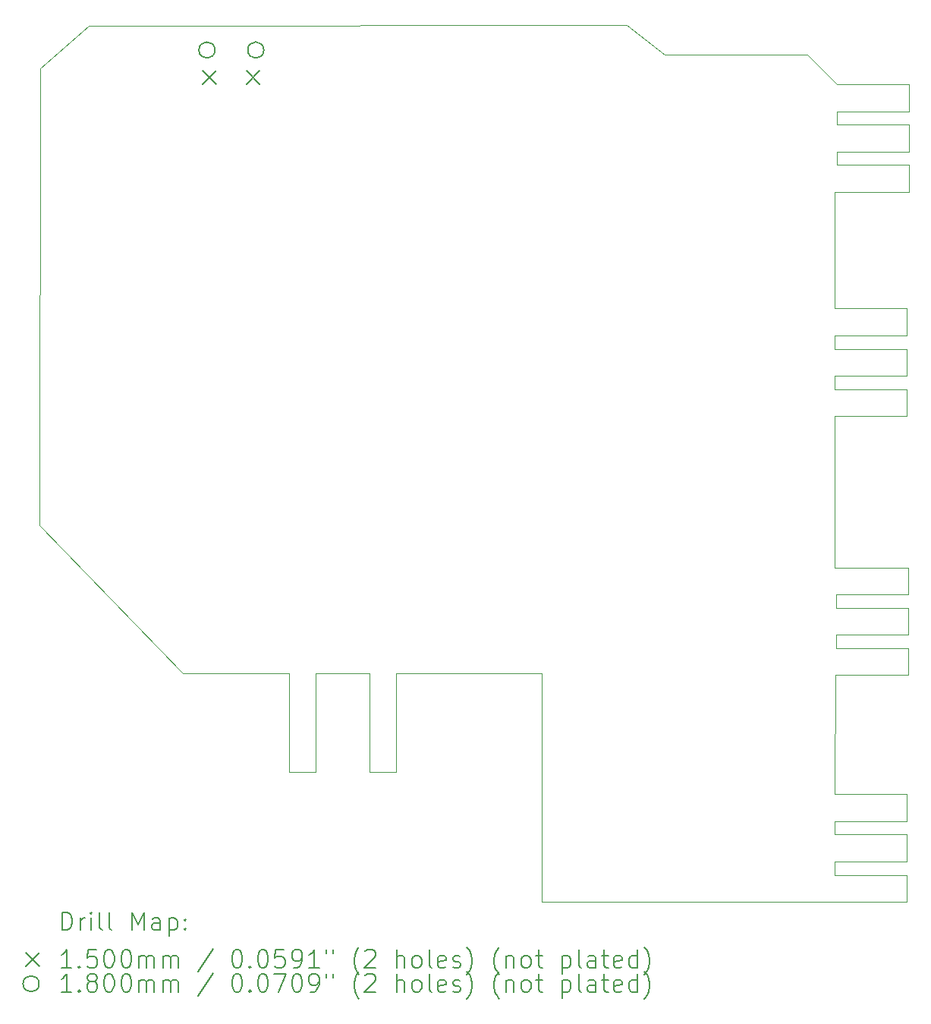
<source format=gbr>
%TF.GenerationSoftware,KiCad,Pcbnew,(6.0.7)*%
%TF.CreationDate,2023-04-21T16:09:56-05:00*%
%TF.ProjectId,RevisedControlBoard,52657669-7365-4644-936f-6e74726f6c42,rev?*%
%TF.SameCoordinates,Original*%
%TF.FileFunction,Drillmap*%
%TF.FilePolarity,Positive*%
%FSLAX45Y45*%
G04 Gerber Fmt 4.5, Leading zero omitted, Abs format (unit mm)*
G04 Created by KiCad (PCBNEW (6.0.7)) date 2023-04-21 16:09:56*
%MOMM*%
%LPD*%
G01*
G04 APERTURE LIST*
%ADD10C,0.100000*%
%ADD11C,0.200000*%
%ADD12C,0.150000*%
%ADD13C,0.180000*%
G04 APERTURE END LIST*
D10*
X19690000Y-10173000D02*
X19690000Y-10323000D01*
X19672000Y-7883000D02*
X20472000Y-7883000D01*
X17777000Y-4152000D02*
X19367000Y-4150000D01*
X20490000Y-9873000D02*
X20490000Y-10173000D01*
X13580500Y-12148750D02*
X13880500Y-12148750D01*
X20472000Y-12850000D02*
X20472000Y-13150000D01*
X13580500Y-11348750D02*
X13582500Y-11048750D01*
X19672000Y-12400000D02*
X20472000Y-12400000D01*
X16400000Y-11050000D02*
X14780000Y-11051250D01*
X19700000Y-4483000D02*
X20500000Y-4483000D01*
X19672000Y-6283000D02*
X19672000Y-6983000D01*
X13582500Y-11048750D02*
X12400000Y-11050000D01*
X19690000Y-9873000D02*
X19670000Y-9873000D01*
X13880000Y-11051250D02*
X14480500Y-11051250D01*
X20490000Y-10173000D02*
X19690000Y-10173000D01*
X19700000Y-5233000D02*
X19700000Y-5383000D01*
X20472000Y-7883000D02*
X20472000Y-8183000D01*
X14780500Y-12148750D02*
X14780000Y-11051250D01*
X13880500Y-12148750D02*
X13880500Y-11348750D01*
X13580500Y-11348750D02*
X13580500Y-12148750D01*
X16400000Y-11100000D02*
X16400000Y-11050000D01*
X19672000Y-13300000D02*
X20472000Y-13300000D01*
X19672000Y-13150000D02*
X19672000Y-13300000D01*
X20472000Y-12400000D02*
X20472000Y-12700000D01*
X20490000Y-10623000D02*
X19690000Y-10623000D01*
X19690000Y-9873000D02*
X20490000Y-9873000D01*
X14480500Y-11348750D02*
X14480500Y-12148750D01*
X20472000Y-7433000D02*
X20472000Y-7733000D01*
X19672000Y-7283000D02*
X19672000Y-7433000D01*
X19690000Y-10773000D02*
X20490000Y-10773000D01*
X11350000Y-3830000D02*
X17350000Y-3820000D01*
X10810000Y-4300000D02*
X10800000Y-9400000D01*
X20472000Y-7733000D02*
X19672000Y-7733000D01*
X20500000Y-4783000D02*
X19700000Y-4783000D01*
X20500000Y-5233000D02*
X19700000Y-5233000D01*
X19672000Y-6983000D02*
X20472000Y-6983000D01*
X19672000Y-8183000D02*
X19670000Y-9873000D01*
X19690000Y-10323000D02*
X20490000Y-10323000D01*
X19700000Y-5383000D02*
X20500000Y-5383000D01*
X19700000Y-4783000D02*
X19700000Y-4933000D01*
X13880500Y-11348750D02*
X13880000Y-11051250D01*
X20472000Y-13300000D02*
X20472000Y-13600000D01*
X19672000Y-7733000D02*
X19672000Y-7883000D01*
X20472000Y-12700000D02*
X19672000Y-12700000D01*
X17350000Y-3820000D02*
X17777000Y-4152000D01*
X19700000Y-4933000D02*
X20500000Y-4933000D01*
X14480500Y-12148750D02*
X14780500Y-12148750D01*
X20490000Y-11073000D02*
X19690000Y-11073000D01*
X20500000Y-5683000D02*
X19700000Y-5683000D01*
X20500000Y-5383000D02*
X20500000Y-5683000D01*
X14480500Y-11051250D02*
X14480500Y-11348750D01*
X20472000Y-6983000D02*
X20472000Y-7283000D01*
X20472000Y-8183000D02*
X19672000Y-8183000D01*
X20490000Y-10773000D02*
X20490000Y-11073000D01*
X19690000Y-11073000D02*
X19680000Y-11073000D01*
X12400000Y-11050000D02*
X10800000Y-9400000D01*
X19670000Y-5683000D02*
X19700000Y-5683000D01*
X19690000Y-10623000D02*
X19690000Y-10773000D01*
X19700000Y-4483000D02*
X19367000Y-4150000D01*
X16400000Y-13600000D02*
X19672000Y-13600000D01*
X19672000Y-6283000D02*
X19670000Y-5683000D01*
X19672000Y-12850000D02*
X20472000Y-12850000D01*
X19680000Y-11073000D02*
X19672000Y-12400000D01*
X20472000Y-7283000D02*
X19672000Y-7283000D01*
X20500000Y-4933000D02*
X20500000Y-5233000D01*
X20472000Y-13600000D02*
X19672000Y-13600000D01*
X11350000Y-3830000D02*
X10810000Y-4300000D01*
X16400000Y-13600000D02*
X16400000Y-11100000D01*
X19672000Y-7433000D02*
X20472000Y-7433000D01*
X19672000Y-12700000D02*
X19672000Y-12850000D01*
X20500000Y-4483000D02*
X20500000Y-4783000D01*
X20490000Y-10323000D02*
X20490000Y-10623000D01*
X20472000Y-13150000D02*
X19672000Y-13150000D01*
D11*
D12*
X12622500Y-4328000D02*
X12772500Y-4478000D01*
X12772500Y-4328000D02*
X12622500Y-4478000D01*
X13107500Y-4328000D02*
X13257500Y-4478000D01*
X13257500Y-4328000D02*
X13107500Y-4478000D01*
D13*
X12757500Y-4100000D02*
G75*
G03*
X12757500Y-4100000I-90000J0D01*
G01*
X13302500Y-4100000D02*
G75*
G03*
X13302500Y-4100000I-90000J0D01*
G01*
D11*
X11052619Y-13915476D02*
X11052619Y-13715476D01*
X11100238Y-13715476D01*
X11128810Y-13725000D01*
X11147857Y-13744048D01*
X11157381Y-13763095D01*
X11166905Y-13801190D01*
X11166905Y-13829762D01*
X11157381Y-13867857D01*
X11147857Y-13886905D01*
X11128810Y-13905952D01*
X11100238Y-13915476D01*
X11052619Y-13915476D01*
X11252619Y-13915476D02*
X11252619Y-13782143D01*
X11252619Y-13820238D02*
X11262143Y-13801190D01*
X11271667Y-13791667D01*
X11290714Y-13782143D01*
X11309762Y-13782143D01*
X11376428Y-13915476D02*
X11376428Y-13782143D01*
X11376428Y-13715476D02*
X11366905Y-13725000D01*
X11376428Y-13734524D01*
X11385952Y-13725000D01*
X11376428Y-13715476D01*
X11376428Y-13734524D01*
X11500238Y-13915476D02*
X11481190Y-13905952D01*
X11471667Y-13886905D01*
X11471667Y-13715476D01*
X11605000Y-13915476D02*
X11585952Y-13905952D01*
X11576428Y-13886905D01*
X11576428Y-13715476D01*
X11833571Y-13915476D02*
X11833571Y-13715476D01*
X11900238Y-13858333D01*
X11966905Y-13715476D01*
X11966905Y-13915476D01*
X12147857Y-13915476D02*
X12147857Y-13810714D01*
X12138333Y-13791667D01*
X12119286Y-13782143D01*
X12081190Y-13782143D01*
X12062143Y-13791667D01*
X12147857Y-13905952D02*
X12128809Y-13915476D01*
X12081190Y-13915476D01*
X12062143Y-13905952D01*
X12052619Y-13886905D01*
X12052619Y-13867857D01*
X12062143Y-13848810D01*
X12081190Y-13839286D01*
X12128809Y-13839286D01*
X12147857Y-13829762D01*
X12243095Y-13782143D02*
X12243095Y-13982143D01*
X12243095Y-13791667D02*
X12262143Y-13782143D01*
X12300238Y-13782143D01*
X12319286Y-13791667D01*
X12328809Y-13801190D01*
X12338333Y-13820238D01*
X12338333Y-13877381D01*
X12328809Y-13896429D01*
X12319286Y-13905952D01*
X12300238Y-13915476D01*
X12262143Y-13915476D01*
X12243095Y-13905952D01*
X12424048Y-13896429D02*
X12433571Y-13905952D01*
X12424048Y-13915476D01*
X12414524Y-13905952D01*
X12424048Y-13896429D01*
X12424048Y-13915476D01*
X12424048Y-13791667D02*
X12433571Y-13801190D01*
X12424048Y-13810714D01*
X12414524Y-13801190D01*
X12424048Y-13791667D01*
X12424048Y-13810714D01*
D12*
X10645000Y-14170000D02*
X10795000Y-14320000D01*
X10795000Y-14170000D02*
X10645000Y-14320000D01*
D11*
X11157381Y-14335476D02*
X11043095Y-14335476D01*
X11100238Y-14335476D02*
X11100238Y-14135476D01*
X11081190Y-14164048D01*
X11062143Y-14183095D01*
X11043095Y-14192619D01*
X11243095Y-14316429D02*
X11252619Y-14325952D01*
X11243095Y-14335476D01*
X11233571Y-14325952D01*
X11243095Y-14316429D01*
X11243095Y-14335476D01*
X11433571Y-14135476D02*
X11338333Y-14135476D01*
X11328809Y-14230714D01*
X11338333Y-14221190D01*
X11357381Y-14211667D01*
X11405000Y-14211667D01*
X11424048Y-14221190D01*
X11433571Y-14230714D01*
X11443095Y-14249762D01*
X11443095Y-14297381D01*
X11433571Y-14316429D01*
X11424048Y-14325952D01*
X11405000Y-14335476D01*
X11357381Y-14335476D01*
X11338333Y-14325952D01*
X11328809Y-14316429D01*
X11566905Y-14135476D02*
X11585952Y-14135476D01*
X11605000Y-14145000D01*
X11614524Y-14154524D01*
X11624048Y-14173571D01*
X11633571Y-14211667D01*
X11633571Y-14259286D01*
X11624048Y-14297381D01*
X11614524Y-14316429D01*
X11605000Y-14325952D01*
X11585952Y-14335476D01*
X11566905Y-14335476D01*
X11547857Y-14325952D01*
X11538333Y-14316429D01*
X11528809Y-14297381D01*
X11519286Y-14259286D01*
X11519286Y-14211667D01*
X11528809Y-14173571D01*
X11538333Y-14154524D01*
X11547857Y-14145000D01*
X11566905Y-14135476D01*
X11757381Y-14135476D02*
X11776428Y-14135476D01*
X11795476Y-14145000D01*
X11805000Y-14154524D01*
X11814524Y-14173571D01*
X11824048Y-14211667D01*
X11824048Y-14259286D01*
X11814524Y-14297381D01*
X11805000Y-14316429D01*
X11795476Y-14325952D01*
X11776428Y-14335476D01*
X11757381Y-14335476D01*
X11738333Y-14325952D01*
X11728809Y-14316429D01*
X11719286Y-14297381D01*
X11709762Y-14259286D01*
X11709762Y-14211667D01*
X11719286Y-14173571D01*
X11728809Y-14154524D01*
X11738333Y-14145000D01*
X11757381Y-14135476D01*
X11909762Y-14335476D02*
X11909762Y-14202143D01*
X11909762Y-14221190D02*
X11919286Y-14211667D01*
X11938333Y-14202143D01*
X11966905Y-14202143D01*
X11985952Y-14211667D01*
X11995476Y-14230714D01*
X11995476Y-14335476D01*
X11995476Y-14230714D02*
X12005000Y-14211667D01*
X12024048Y-14202143D01*
X12052619Y-14202143D01*
X12071667Y-14211667D01*
X12081190Y-14230714D01*
X12081190Y-14335476D01*
X12176428Y-14335476D02*
X12176428Y-14202143D01*
X12176428Y-14221190D02*
X12185952Y-14211667D01*
X12205000Y-14202143D01*
X12233571Y-14202143D01*
X12252619Y-14211667D01*
X12262143Y-14230714D01*
X12262143Y-14335476D01*
X12262143Y-14230714D02*
X12271667Y-14211667D01*
X12290714Y-14202143D01*
X12319286Y-14202143D01*
X12338333Y-14211667D01*
X12347857Y-14230714D01*
X12347857Y-14335476D01*
X12738333Y-14125952D02*
X12566905Y-14383095D01*
X12995476Y-14135476D02*
X13014524Y-14135476D01*
X13033571Y-14145000D01*
X13043095Y-14154524D01*
X13052619Y-14173571D01*
X13062143Y-14211667D01*
X13062143Y-14259286D01*
X13052619Y-14297381D01*
X13043095Y-14316429D01*
X13033571Y-14325952D01*
X13014524Y-14335476D01*
X12995476Y-14335476D01*
X12976428Y-14325952D01*
X12966905Y-14316429D01*
X12957381Y-14297381D01*
X12947857Y-14259286D01*
X12947857Y-14211667D01*
X12957381Y-14173571D01*
X12966905Y-14154524D01*
X12976428Y-14145000D01*
X12995476Y-14135476D01*
X13147857Y-14316429D02*
X13157381Y-14325952D01*
X13147857Y-14335476D01*
X13138333Y-14325952D01*
X13147857Y-14316429D01*
X13147857Y-14335476D01*
X13281190Y-14135476D02*
X13300238Y-14135476D01*
X13319286Y-14145000D01*
X13328809Y-14154524D01*
X13338333Y-14173571D01*
X13347857Y-14211667D01*
X13347857Y-14259286D01*
X13338333Y-14297381D01*
X13328809Y-14316429D01*
X13319286Y-14325952D01*
X13300238Y-14335476D01*
X13281190Y-14335476D01*
X13262143Y-14325952D01*
X13252619Y-14316429D01*
X13243095Y-14297381D01*
X13233571Y-14259286D01*
X13233571Y-14211667D01*
X13243095Y-14173571D01*
X13252619Y-14154524D01*
X13262143Y-14145000D01*
X13281190Y-14135476D01*
X13528809Y-14135476D02*
X13433571Y-14135476D01*
X13424048Y-14230714D01*
X13433571Y-14221190D01*
X13452619Y-14211667D01*
X13500238Y-14211667D01*
X13519286Y-14221190D01*
X13528809Y-14230714D01*
X13538333Y-14249762D01*
X13538333Y-14297381D01*
X13528809Y-14316429D01*
X13519286Y-14325952D01*
X13500238Y-14335476D01*
X13452619Y-14335476D01*
X13433571Y-14325952D01*
X13424048Y-14316429D01*
X13633571Y-14335476D02*
X13671667Y-14335476D01*
X13690714Y-14325952D01*
X13700238Y-14316429D01*
X13719286Y-14287857D01*
X13728809Y-14249762D01*
X13728809Y-14173571D01*
X13719286Y-14154524D01*
X13709762Y-14145000D01*
X13690714Y-14135476D01*
X13652619Y-14135476D01*
X13633571Y-14145000D01*
X13624048Y-14154524D01*
X13614524Y-14173571D01*
X13614524Y-14221190D01*
X13624048Y-14240238D01*
X13633571Y-14249762D01*
X13652619Y-14259286D01*
X13690714Y-14259286D01*
X13709762Y-14249762D01*
X13719286Y-14240238D01*
X13728809Y-14221190D01*
X13919286Y-14335476D02*
X13805000Y-14335476D01*
X13862143Y-14335476D02*
X13862143Y-14135476D01*
X13843095Y-14164048D01*
X13824048Y-14183095D01*
X13805000Y-14192619D01*
X13995476Y-14135476D02*
X13995476Y-14173571D01*
X14071667Y-14135476D02*
X14071667Y-14173571D01*
X14366905Y-14411667D02*
X14357381Y-14402143D01*
X14338333Y-14373571D01*
X14328809Y-14354524D01*
X14319286Y-14325952D01*
X14309762Y-14278333D01*
X14309762Y-14240238D01*
X14319286Y-14192619D01*
X14328809Y-14164048D01*
X14338333Y-14145000D01*
X14357381Y-14116429D01*
X14366905Y-14106905D01*
X14433571Y-14154524D02*
X14443095Y-14145000D01*
X14462143Y-14135476D01*
X14509762Y-14135476D01*
X14528809Y-14145000D01*
X14538333Y-14154524D01*
X14547857Y-14173571D01*
X14547857Y-14192619D01*
X14538333Y-14221190D01*
X14424048Y-14335476D01*
X14547857Y-14335476D01*
X14785952Y-14335476D02*
X14785952Y-14135476D01*
X14871667Y-14335476D02*
X14871667Y-14230714D01*
X14862143Y-14211667D01*
X14843095Y-14202143D01*
X14814524Y-14202143D01*
X14795476Y-14211667D01*
X14785952Y-14221190D01*
X14995476Y-14335476D02*
X14976428Y-14325952D01*
X14966905Y-14316429D01*
X14957381Y-14297381D01*
X14957381Y-14240238D01*
X14966905Y-14221190D01*
X14976428Y-14211667D01*
X14995476Y-14202143D01*
X15024048Y-14202143D01*
X15043095Y-14211667D01*
X15052619Y-14221190D01*
X15062143Y-14240238D01*
X15062143Y-14297381D01*
X15052619Y-14316429D01*
X15043095Y-14325952D01*
X15024048Y-14335476D01*
X14995476Y-14335476D01*
X15176428Y-14335476D02*
X15157381Y-14325952D01*
X15147857Y-14306905D01*
X15147857Y-14135476D01*
X15328809Y-14325952D02*
X15309762Y-14335476D01*
X15271667Y-14335476D01*
X15252619Y-14325952D01*
X15243095Y-14306905D01*
X15243095Y-14230714D01*
X15252619Y-14211667D01*
X15271667Y-14202143D01*
X15309762Y-14202143D01*
X15328809Y-14211667D01*
X15338333Y-14230714D01*
X15338333Y-14249762D01*
X15243095Y-14268810D01*
X15414524Y-14325952D02*
X15433571Y-14335476D01*
X15471667Y-14335476D01*
X15490714Y-14325952D01*
X15500238Y-14306905D01*
X15500238Y-14297381D01*
X15490714Y-14278333D01*
X15471667Y-14268810D01*
X15443095Y-14268810D01*
X15424048Y-14259286D01*
X15414524Y-14240238D01*
X15414524Y-14230714D01*
X15424048Y-14211667D01*
X15443095Y-14202143D01*
X15471667Y-14202143D01*
X15490714Y-14211667D01*
X15566905Y-14411667D02*
X15576428Y-14402143D01*
X15595476Y-14373571D01*
X15605000Y-14354524D01*
X15614524Y-14325952D01*
X15624048Y-14278333D01*
X15624048Y-14240238D01*
X15614524Y-14192619D01*
X15605000Y-14164048D01*
X15595476Y-14145000D01*
X15576428Y-14116429D01*
X15566905Y-14106905D01*
X15928809Y-14411667D02*
X15919286Y-14402143D01*
X15900238Y-14373571D01*
X15890714Y-14354524D01*
X15881190Y-14325952D01*
X15871667Y-14278333D01*
X15871667Y-14240238D01*
X15881190Y-14192619D01*
X15890714Y-14164048D01*
X15900238Y-14145000D01*
X15919286Y-14116429D01*
X15928809Y-14106905D01*
X16005000Y-14202143D02*
X16005000Y-14335476D01*
X16005000Y-14221190D02*
X16014524Y-14211667D01*
X16033571Y-14202143D01*
X16062143Y-14202143D01*
X16081190Y-14211667D01*
X16090714Y-14230714D01*
X16090714Y-14335476D01*
X16214524Y-14335476D02*
X16195476Y-14325952D01*
X16185952Y-14316429D01*
X16176428Y-14297381D01*
X16176428Y-14240238D01*
X16185952Y-14221190D01*
X16195476Y-14211667D01*
X16214524Y-14202143D01*
X16243095Y-14202143D01*
X16262143Y-14211667D01*
X16271667Y-14221190D01*
X16281190Y-14240238D01*
X16281190Y-14297381D01*
X16271667Y-14316429D01*
X16262143Y-14325952D01*
X16243095Y-14335476D01*
X16214524Y-14335476D01*
X16338333Y-14202143D02*
X16414524Y-14202143D01*
X16366905Y-14135476D02*
X16366905Y-14306905D01*
X16376428Y-14325952D01*
X16395476Y-14335476D01*
X16414524Y-14335476D01*
X16633571Y-14202143D02*
X16633571Y-14402143D01*
X16633571Y-14211667D02*
X16652619Y-14202143D01*
X16690714Y-14202143D01*
X16709762Y-14211667D01*
X16719286Y-14221190D01*
X16728809Y-14240238D01*
X16728809Y-14297381D01*
X16719286Y-14316429D01*
X16709762Y-14325952D01*
X16690714Y-14335476D01*
X16652619Y-14335476D01*
X16633571Y-14325952D01*
X16843095Y-14335476D02*
X16824048Y-14325952D01*
X16814524Y-14306905D01*
X16814524Y-14135476D01*
X17005000Y-14335476D02*
X17005000Y-14230714D01*
X16995476Y-14211667D01*
X16976429Y-14202143D01*
X16938333Y-14202143D01*
X16919286Y-14211667D01*
X17005000Y-14325952D02*
X16985952Y-14335476D01*
X16938333Y-14335476D01*
X16919286Y-14325952D01*
X16909762Y-14306905D01*
X16909762Y-14287857D01*
X16919286Y-14268810D01*
X16938333Y-14259286D01*
X16985952Y-14259286D01*
X17005000Y-14249762D01*
X17071667Y-14202143D02*
X17147857Y-14202143D01*
X17100238Y-14135476D02*
X17100238Y-14306905D01*
X17109762Y-14325952D01*
X17128810Y-14335476D01*
X17147857Y-14335476D01*
X17290714Y-14325952D02*
X17271667Y-14335476D01*
X17233571Y-14335476D01*
X17214524Y-14325952D01*
X17205000Y-14306905D01*
X17205000Y-14230714D01*
X17214524Y-14211667D01*
X17233571Y-14202143D01*
X17271667Y-14202143D01*
X17290714Y-14211667D01*
X17300238Y-14230714D01*
X17300238Y-14249762D01*
X17205000Y-14268810D01*
X17471667Y-14335476D02*
X17471667Y-14135476D01*
X17471667Y-14325952D02*
X17452619Y-14335476D01*
X17414524Y-14335476D01*
X17395476Y-14325952D01*
X17385952Y-14316429D01*
X17376429Y-14297381D01*
X17376429Y-14240238D01*
X17385952Y-14221190D01*
X17395476Y-14211667D01*
X17414524Y-14202143D01*
X17452619Y-14202143D01*
X17471667Y-14211667D01*
X17547857Y-14411667D02*
X17557381Y-14402143D01*
X17576429Y-14373571D01*
X17585952Y-14354524D01*
X17595476Y-14325952D01*
X17605000Y-14278333D01*
X17605000Y-14240238D01*
X17595476Y-14192619D01*
X17585952Y-14164048D01*
X17576429Y-14145000D01*
X17557381Y-14116429D01*
X17547857Y-14106905D01*
D13*
X10795000Y-14515000D02*
G75*
G03*
X10795000Y-14515000I-90000J0D01*
G01*
D11*
X11157381Y-14605476D02*
X11043095Y-14605476D01*
X11100238Y-14605476D02*
X11100238Y-14405476D01*
X11081190Y-14434048D01*
X11062143Y-14453095D01*
X11043095Y-14462619D01*
X11243095Y-14586429D02*
X11252619Y-14595952D01*
X11243095Y-14605476D01*
X11233571Y-14595952D01*
X11243095Y-14586429D01*
X11243095Y-14605476D01*
X11366905Y-14491190D02*
X11347857Y-14481667D01*
X11338333Y-14472143D01*
X11328809Y-14453095D01*
X11328809Y-14443571D01*
X11338333Y-14424524D01*
X11347857Y-14415000D01*
X11366905Y-14405476D01*
X11405000Y-14405476D01*
X11424048Y-14415000D01*
X11433571Y-14424524D01*
X11443095Y-14443571D01*
X11443095Y-14453095D01*
X11433571Y-14472143D01*
X11424048Y-14481667D01*
X11405000Y-14491190D01*
X11366905Y-14491190D01*
X11347857Y-14500714D01*
X11338333Y-14510238D01*
X11328809Y-14529286D01*
X11328809Y-14567381D01*
X11338333Y-14586429D01*
X11347857Y-14595952D01*
X11366905Y-14605476D01*
X11405000Y-14605476D01*
X11424048Y-14595952D01*
X11433571Y-14586429D01*
X11443095Y-14567381D01*
X11443095Y-14529286D01*
X11433571Y-14510238D01*
X11424048Y-14500714D01*
X11405000Y-14491190D01*
X11566905Y-14405476D02*
X11585952Y-14405476D01*
X11605000Y-14415000D01*
X11614524Y-14424524D01*
X11624048Y-14443571D01*
X11633571Y-14481667D01*
X11633571Y-14529286D01*
X11624048Y-14567381D01*
X11614524Y-14586429D01*
X11605000Y-14595952D01*
X11585952Y-14605476D01*
X11566905Y-14605476D01*
X11547857Y-14595952D01*
X11538333Y-14586429D01*
X11528809Y-14567381D01*
X11519286Y-14529286D01*
X11519286Y-14481667D01*
X11528809Y-14443571D01*
X11538333Y-14424524D01*
X11547857Y-14415000D01*
X11566905Y-14405476D01*
X11757381Y-14405476D02*
X11776428Y-14405476D01*
X11795476Y-14415000D01*
X11805000Y-14424524D01*
X11814524Y-14443571D01*
X11824048Y-14481667D01*
X11824048Y-14529286D01*
X11814524Y-14567381D01*
X11805000Y-14586429D01*
X11795476Y-14595952D01*
X11776428Y-14605476D01*
X11757381Y-14605476D01*
X11738333Y-14595952D01*
X11728809Y-14586429D01*
X11719286Y-14567381D01*
X11709762Y-14529286D01*
X11709762Y-14481667D01*
X11719286Y-14443571D01*
X11728809Y-14424524D01*
X11738333Y-14415000D01*
X11757381Y-14405476D01*
X11909762Y-14605476D02*
X11909762Y-14472143D01*
X11909762Y-14491190D02*
X11919286Y-14481667D01*
X11938333Y-14472143D01*
X11966905Y-14472143D01*
X11985952Y-14481667D01*
X11995476Y-14500714D01*
X11995476Y-14605476D01*
X11995476Y-14500714D02*
X12005000Y-14481667D01*
X12024048Y-14472143D01*
X12052619Y-14472143D01*
X12071667Y-14481667D01*
X12081190Y-14500714D01*
X12081190Y-14605476D01*
X12176428Y-14605476D02*
X12176428Y-14472143D01*
X12176428Y-14491190D02*
X12185952Y-14481667D01*
X12205000Y-14472143D01*
X12233571Y-14472143D01*
X12252619Y-14481667D01*
X12262143Y-14500714D01*
X12262143Y-14605476D01*
X12262143Y-14500714D02*
X12271667Y-14481667D01*
X12290714Y-14472143D01*
X12319286Y-14472143D01*
X12338333Y-14481667D01*
X12347857Y-14500714D01*
X12347857Y-14605476D01*
X12738333Y-14395952D02*
X12566905Y-14653095D01*
X12995476Y-14405476D02*
X13014524Y-14405476D01*
X13033571Y-14415000D01*
X13043095Y-14424524D01*
X13052619Y-14443571D01*
X13062143Y-14481667D01*
X13062143Y-14529286D01*
X13052619Y-14567381D01*
X13043095Y-14586429D01*
X13033571Y-14595952D01*
X13014524Y-14605476D01*
X12995476Y-14605476D01*
X12976428Y-14595952D01*
X12966905Y-14586429D01*
X12957381Y-14567381D01*
X12947857Y-14529286D01*
X12947857Y-14481667D01*
X12957381Y-14443571D01*
X12966905Y-14424524D01*
X12976428Y-14415000D01*
X12995476Y-14405476D01*
X13147857Y-14586429D02*
X13157381Y-14595952D01*
X13147857Y-14605476D01*
X13138333Y-14595952D01*
X13147857Y-14586429D01*
X13147857Y-14605476D01*
X13281190Y-14405476D02*
X13300238Y-14405476D01*
X13319286Y-14415000D01*
X13328809Y-14424524D01*
X13338333Y-14443571D01*
X13347857Y-14481667D01*
X13347857Y-14529286D01*
X13338333Y-14567381D01*
X13328809Y-14586429D01*
X13319286Y-14595952D01*
X13300238Y-14605476D01*
X13281190Y-14605476D01*
X13262143Y-14595952D01*
X13252619Y-14586429D01*
X13243095Y-14567381D01*
X13233571Y-14529286D01*
X13233571Y-14481667D01*
X13243095Y-14443571D01*
X13252619Y-14424524D01*
X13262143Y-14415000D01*
X13281190Y-14405476D01*
X13414524Y-14405476D02*
X13547857Y-14405476D01*
X13462143Y-14605476D01*
X13662143Y-14405476D02*
X13681190Y-14405476D01*
X13700238Y-14415000D01*
X13709762Y-14424524D01*
X13719286Y-14443571D01*
X13728809Y-14481667D01*
X13728809Y-14529286D01*
X13719286Y-14567381D01*
X13709762Y-14586429D01*
X13700238Y-14595952D01*
X13681190Y-14605476D01*
X13662143Y-14605476D01*
X13643095Y-14595952D01*
X13633571Y-14586429D01*
X13624048Y-14567381D01*
X13614524Y-14529286D01*
X13614524Y-14481667D01*
X13624048Y-14443571D01*
X13633571Y-14424524D01*
X13643095Y-14415000D01*
X13662143Y-14405476D01*
X13824048Y-14605476D02*
X13862143Y-14605476D01*
X13881190Y-14595952D01*
X13890714Y-14586429D01*
X13909762Y-14557857D01*
X13919286Y-14519762D01*
X13919286Y-14443571D01*
X13909762Y-14424524D01*
X13900238Y-14415000D01*
X13881190Y-14405476D01*
X13843095Y-14405476D01*
X13824048Y-14415000D01*
X13814524Y-14424524D01*
X13805000Y-14443571D01*
X13805000Y-14491190D01*
X13814524Y-14510238D01*
X13824048Y-14519762D01*
X13843095Y-14529286D01*
X13881190Y-14529286D01*
X13900238Y-14519762D01*
X13909762Y-14510238D01*
X13919286Y-14491190D01*
X13995476Y-14405476D02*
X13995476Y-14443571D01*
X14071667Y-14405476D02*
X14071667Y-14443571D01*
X14366905Y-14681667D02*
X14357381Y-14672143D01*
X14338333Y-14643571D01*
X14328809Y-14624524D01*
X14319286Y-14595952D01*
X14309762Y-14548333D01*
X14309762Y-14510238D01*
X14319286Y-14462619D01*
X14328809Y-14434048D01*
X14338333Y-14415000D01*
X14357381Y-14386429D01*
X14366905Y-14376905D01*
X14433571Y-14424524D02*
X14443095Y-14415000D01*
X14462143Y-14405476D01*
X14509762Y-14405476D01*
X14528809Y-14415000D01*
X14538333Y-14424524D01*
X14547857Y-14443571D01*
X14547857Y-14462619D01*
X14538333Y-14491190D01*
X14424048Y-14605476D01*
X14547857Y-14605476D01*
X14785952Y-14605476D02*
X14785952Y-14405476D01*
X14871667Y-14605476D02*
X14871667Y-14500714D01*
X14862143Y-14481667D01*
X14843095Y-14472143D01*
X14814524Y-14472143D01*
X14795476Y-14481667D01*
X14785952Y-14491190D01*
X14995476Y-14605476D02*
X14976428Y-14595952D01*
X14966905Y-14586429D01*
X14957381Y-14567381D01*
X14957381Y-14510238D01*
X14966905Y-14491190D01*
X14976428Y-14481667D01*
X14995476Y-14472143D01*
X15024048Y-14472143D01*
X15043095Y-14481667D01*
X15052619Y-14491190D01*
X15062143Y-14510238D01*
X15062143Y-14567381D01*
X15052619Y-14586429D01*
X15043095Y-14595952D01*
X15024048Y-14605476D01*
X14995476Y-14605476D01*
X15176428Y-14605476D02*
X15157381Y-14595952D01*
X15147857Y-14576905D01*
X15147857Y-14405476D01*
X15328809Y-14595952D02*
X15309762Y-14605476D01*
X15271667Y-14605476D01*
X15252619Y-14595952D01*
X15243095Y-14576905D01*
X15243095Y-14500714D01*
X15252619Y-14481667D01*
X15271667Y-14472143D01*
X15309762Y-14472143D01*
X15328809Y-14481667D01*
X15338333Y-14500714D01*
X15338333Y-14519762D01*
X15243095Y-14538810D01*
X15414524Y-14595952D02*
X15433571Y-14605476D01*
X15471667Y-14605476D01*
X15490714Y-14595952D01*
X15500238Y-14576905D01*
X15500238Y-14567381D01*
X15490714Y-14548333D01*
X15471667Y-14538810D01*
X15443095Y-14538810D01*
X15424048Y-14529286D01*
X15414524Y-14510238D01*
X15414524Y-14500714D01*
X15424048Y-14481667D01*
X15443095Y-14472143D01*
X15471667Y-14472143D01*
X15490714Y-14481667D01*
X15566905Y-14681667D02*
X15576428Y-14672143D01*
X15595476Y-14643571D01*
X15605000Y-14624524D01*
X15614524Y-14595952D01*
X15624048Y-14548333D01*
X15624048Y-14510238D01*
X15614524Y-14462619D01*
X15605000Y-14434048D01*
X15595476Y-14415000D01*
X15576428Y-14386429D01*
X15566905Y-14376905D01*
X15928809Y-14681667D02*
X15919286Y-14672143D01*
X15900238Y-14643571D01*
X15890714Y-14624524D01*
X15881190Y-14595952D01*
X15871667Y-14548333D01*
X15871667Y-14510238D01*
X15881190Y-14462619D01*
X15890714Y-14434048D01*
X15900238Y-14415000D01*
X15919286Y-14386429D01*
X15928809Y-14376905D01*
X16005000Y-14472143D02*
X16005000Y-14605476D01*
X16005000Y-14491190D02*
X16014524Y-14481667D01*
X16033571Y-14472143D01*
X16062143Y-14472143D01*
X16081190Y-14481667D01*
X16090714Y-14500714D01*
X16090714Y-14605476D01*
X16214524Y-14605476D02*
X16195476Y-14595952D01*
X16185952Y-14586429D01*
X16176428Y-14567381D01*
X16176428Y-14510238D01*
X16185952Y-14491190D01*
X16195476Y-14481667D01*
X16214524Y-14472143D01*
X16243095Y-14472143D01*
X16262143Y-14481667D01*
X16271667Y-14491190D01*
X16281190Y-14510238D01*
X16281190Y-14567381D01*
X16271667Y-14586429D01*
X16262143Y-14595952D01*
X16243095Y-14605476D01*
X16214524Y-14605476D01*
X16338333Y-14472143D02*
X16414524Y-14472143D01*
X16366905Y-14405476D02*
X16366905Y-14576905D01*
X16376428Y-14595952D01*
X16395476Y-14605476D01*
X16414524Y-14605476D01*
X16633571Y-14472143D02*
X16633571Y-14672143D01*
X16633571Y-14481667D02*
X16652619Y-14472143D01*
X16690714Y-14472143D01*
X16709762Y-14481667D01*
X16719286Y-14491190D01*
X16728809Y-14510238D01*
X16728809Y-14567381D01*
X16719286Y-14586429D01*
X16709762Y-14595952D01*
X16690714Y-14605476D01*
X16652619Y-14605476D01*
X16633571Y-14595952D01*
X16843095Y-14605476D02*
X16824048Y-14595952D01*
X16814524Y-14576905D01*
X16814524Y-14405476D01*
X17005000Y-14605476D02*
X17005000Y-14500714D01*
X16995476Y-14481667D01*
X16976429Y-14472143D01*
X16938333Y-14472143D01*
X16919286Y-14481667D01*
X17005000Y-14595952D02*
X16985952Y-14605476D01*
X16938333Y-14605476D01*
X16919286Y-14595952D01*
X16909762Y-14576905D01*
X16909762Y-14557857D01*
X16919286Y-14538810D01*
X16938333Y-14529286D01*
X16985952Y-14529286D01*
X17005000Y-14519762D01*
X17071667Y-14472143D02*
X17147857Y-14472143D01*
X17100238Y-14405476D02*
X17100238Y-14576905D01*
X17109762Y-14595952D01*
X17128810Y-14605476D01*
X17147857Y-14605476D01*
X17290714Y-14595952D02*
X17271667Y-14605476D01*
X17233571Y-14605476D01*
X17214524Y-14595952D01*
X17205000Y-14576905D01*
X17205000Y-14500714D01*
X17214524Y-14481667D01*
X17233571Y-14472143D01*
X17271667Y-14472143D01*
X17290714Y-14481667D01*
X17300238Y-14500714D01*
X17300238Y-14519762D01*
X17205000Y-14538810D01*
X17471667Y-14605476D02*
X17471667Y-14405476D01*
X17471667Y-14595952D02*
X17452619Y-14605476D01*
X17414524Y-14605476D01*
X17395476Y-14595952D01*
X17385952Y-14586429D01*
X17376429Y-14567381D01*
X17376429Y-14510238D01*
X17385952Y-14491190D01*
X17395476Y-14481667D01*
X17414524Y-14472143D01*
X17452619Y-14472143D01*
X17471667Y-14481667D01*
X17547857Y-14681667D02*
X17557381Y-14672143D01*
X17576429Y-14643571D01*
X17585952Y-14624524D01*
X17595476Y-14595952D01*
X17605000Y-14548333D01*
X17605000Y-14510238D01*
X17595476Y-14462619D01*
X17585952Y-14434048D01*
X17576429Y-14415000D01*
X17557381Y-14386429D01*
X17547857Y-14376905D01*
M02*

</source>
